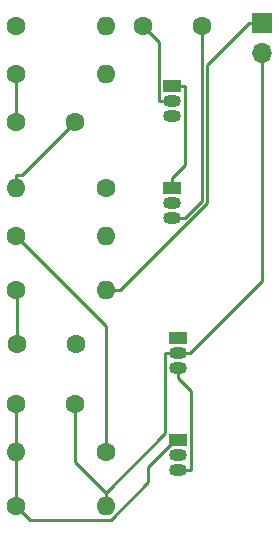
<source format=gbr>
G04 #@! TF.GenerationSoftware,KiCad,Pcbnew,(5.0.1)-3*
G04 #@! TF.CreationDate,2019-02-16T16:59:46-05:00*
G04 #@! TF.ProjectId,OdysseyDaughterCardFlipFlop,4F647973736579446175676874657243,1.1*
G04 #@! TF.SameCoordinates,Original*
G04 #@! TF.FileFunction,Copper,L1,Top,Signal*
G04 #@! TF.FilePolarity,Positive*
%FSLAX46Y46*%
G04 Gerber Fmt 4.6, Leading zero omitted, Abs format (unit mm)*
G04 Created by KiCad (PCBNEW (5.0.1)-3) date 2/16/2019 4:59:46 PM*
%MOMM*%
%LPD*%
G01*
G04 APERTURE LIST*
G04 #@! TA.AperFunction,ComponentPad*
%ADD10C,1.600000*%
G04 #@! TD*
G04 #@! TA.AperFunction,ComponentPad*
%ADD11O,1.500000X1.050000*%
G04 #@! TD*
G04 #@! TA.AperFunction,ComponentPad*
%ADD12R,1.500000X1.050000*%
G04 #@! TD*
G04 #@! TA.AperFunction,ComponentPad*
%ADD13O,1.600000X1.600000*%
G04 #@! TD*
G04 #@! TA.AperFunction,ComponentPad*
%ADD14R,1.700000X1.700000*%
G04 #@! TD*
G04 #@! TA.AperFunction,ComponentPad*
%ADD15O,1.700000X1.700000*%
G04 #@! TD*
G04 #@! TA.AperFunction,Conductor*
%ADD16C,0.250000*%
G04 #@! TD*
G04 APERTURE END LIST*
D10*
G04 #@! TO.P,C1,2*
G04 #@! TO.N,/Card7*
X142160000Y-88900000D03*
G04 #@! TO.P,C1,1*
G04 #@! TO.N,Net-(C1-Pad1)*
X137160000Y-88900000D03*
G04 #@! TD*
G04 #@! TO.P,C2,2*
G04 #@! TO.N,Net-(C2-Pad2)*
X147908000Y-80772000D03*
G04 #@! TO.P,C2,1*
G04 #@! TO.N,/Card8*
X152908000Y-80772000D03*
G04 #@! TD*
G04 #@! TO.P,C3,1*
G04 #@! TO.N,/Card5*
X142240000Y-107696000D03*
G04 #@! TO.P,C3,2*
G04 #@! TO.N,/Card1*
X137240000Y-107696000D03*
G04 #@! TD*
G04 #@! TO.P,C4,1*
G04 #@! TO.N,/Card2*
X137160000Y-112776000D03*
G04 #@! TO.P,C4,2*
G04 #@! TO.N,/Card3*
X142160000Y-112776000D03*
G04 #@! TD*
D11*
G04 #@! TO.P,Q1,2*
G04 #@! TO.N,Net-(C2-Pad2)*
X150368000Y-87122000D03*
G04 #@! TO.P,Q1,3*
G04 #@! TO.N,/Card7*
X150368000Y-88392000D03*
D12*
G04 #@! TO.P,Q1,1*
G04 #@! TO.N,/Card10*
X150368000Y-85852000D03*
G04 #@! TD*
G04 #@! TO.P,Q2,1*
G04 #@! TO.N,/Card10*
X150368000Y-94488000D03*
D11*
G04 #@! TO.P,Q2,3*
G04 #@! TO.N,/Card8*
X150368000Y-97028000D03*
G04 #@! TO.P,Q2,2*
G04 #@! TO.N,Net-(C1-Pad1)*
X150368000Y-95758000D03*
G04 #@! TD*
G04 #@! TO.P,Q3,2*
G04 #@! TO.N,/Card3*
X150876000Y-108458000D03*
G04 #@! TO.P,Q3,3*
G04 #@! TO.N,GND*
X150876000Y-109728000D03*
D12*
G04 #@! TO.P,Q3,1*
G04 #@! TO.N,/Card1*
X150876000Y-107188000D03*
G04 #@! TD*
G04 #@! TO.P,Q4,1*
G04 #@! TO.N,/Card2*
X150876000Y-115824000D03*
D11*
G04 #@! TO.P,Q4,3*
G04 #@! TO.N,GND*
X150876000Y-118364000D03*
G04 #@! TO.P,Q4,2*
G04 #@! TO.N,/Card5*
X150876000Y-117094000D03*
G04 #@! TD*
D10*
G04 #@! TO.P,R1,1*
G04 #@! TO.N,Net-(C1-Pad1)*
X137160000Y-84836000D03*
D13*
G04 #@! TO.P,R1,2*
G04 #@! TO.N,/Card7*
X144780000Y-84836000D03*
G04 #@! TD*
G04 #@! TO.P,R2,2*
G04 #@! TO.N,Net-(C2-Pad2)*
X144780000Y-80772000D03*
D10*
G04 #@! TO.P,R2,1*
G04 #@! TO.N,/Card8*
X137160000Y-80772000D03*
G04 #@! TD*
D13*
G04 #@! TO.P,R3,2*
G04 #@! TO.N,/Card7*
X137160000Y-94488000D03*
D10*
G04 #@! TO.P,R3,1*
G04 #@! TO.N,/Card1*
X144780000Y-94488000D03*
G04 #@! TD*
D13*
G04 #@! TO.P,R4,2*
G04 #@! TO.N,/Card3*
X144780000Y-121412000D03*
D10*
G04 #@! TO.P,R4,1*
G04 #@! TO.N,/Card2*
X137160000Y-121412000D03*
G04 #@! TD*
G04 #@! TO.P,R5,1*
G04 #@! TO.N,/Card1*
X137160000Y-103124000D03*
D13*
G04 #@! TO.P,R5,2*
G04 #@! TO.N,/Card5*
X144780000Y-103124000D03*
G04 #@! TD*
D10*
G04 #@! TO.P,R6,1*
G04 #@! TO.N,/Card6*
X137160000Y-98552000D03*
D13*
G04 #@! TO.P,R6,2*
G04 #@! TO.N,/Card8*
X144780000Y-98552000D03*
G04 #@! TD*
D10*
G04 #@! TO.P,R7,1*
G04 #@! TO.N,/Card6*
X144780000Y-116840000D03*
D13*
G04 #@! TO.P,R7,2*
G04 #@! TO.N,/Card2*
X137160000Y-116840000D03*
G04 #@! TD*
D14*
G04 #@! TO.P,J1,1*
G04 #@! TO.N,/Card5*
X157988000Y-80518000D03*
D15*
G04 #@! TO.P,J1,2*
G04 #@! TO.N,/Card3*
X157988000Y-83058000D03*
G04 #@! TD*
D16*
G04 #@! TO.N,/Card7*
X137697300Y-93362700D02*
X142160000Y-88900000D01*
X137160000Y-93362700D02*
X137697300Y-93362700D01*
X137160000Y-94488000D02*
X137160000Y-93362700D01*
G04 #@! TO.N,Net-(C1-Pad1)*
X137160000Y-84836000D02*
X137160000Y-88900000D01*
G04 #@! TO.N,Net-(C2-Pad2)*
X149292700Y-82156700D02*
X147908000Y-80772000D01*
X149292700Y-87122000D02*
X149292700Y-82156700D01*
X150368000Y-87122000D02*
X149292700Y-87122000D01*
G04 #@! TO.N,/Card8*
X150368000Y-97028000D02*
X151443300Y-97028000D01*
X152908000Y-95563300D02*
X152908000Y-80772000D01*
X151443300Y-97028000D02*
X152908000Y-95563300D01*
G04 #@! TO.N,/Card5*
X156888000Y-80518000D02*
X157988000Y-80518000D01*
X153358010Y-84047990D02*
X156888000Y-80518000D01*
X153358009Y-95749701D02*
X153358010Y-84047990D01*
X145983710Y-103124000D02*
X153358009Y-95749701D01*
X144780000Y-103124000D02*
X145983710Y-103124000D01*
G04 #@! TO.N,/Card1*
X137240000Y-103204000D02*
X137240000Y-107696000D01*
X137160000Y-103124000D02*
X137240000Y-103204000D01*
G04 #@! TO.N,/Card2*
X137160000Y-116840000D02*
X137160000Y-112776000D01*
X137160000Y-116840000D02*
X137160000Y-121412000D01*
X150631500Y-115824000D02*
X150876000Y-115824000D01*
X148364900Y-118090600D02*
X150631500Y-115824000D01*
X148364900Y-119428500D02*
X148364900Y-118090600D01*
X145199900Y-122593500D02*
X148364900Y-119428500D01*
X138341500Y-122593500D02*
X145199900Y-122593500D01*
X137160000Y-121412000D02*
X138341500Y-122593500D01*
G04 #@! TO.N,/Card3*
X142160000Y-117666700D02*
X142160000Y-112776000D01*
X144780000Y-120286700D02*
X142160000Y-117666700D01*
X144780000Y-121412000D02*
X144780000Y-120286700D01*
X149800700Y-115266000D02*
X144780000Y-120286700D01*
X149800700Y-108458000D02*
X149800700Y-115266000D01*
X150876000Y-108458000D02*
X149800700Y-108458000D01*
X151876000Y-108458000D02*
X150876000Y-108458000D01*
X157988000Y-102346000D02*
X151876000Y-108458000D01*
X157988000Y-88138000D02*
X157988000Y-102346000D01*
X157988000Y-88138000D02*
X157988000Y-83058000D01*
G04 #@! TO.N,/Card10*
X151443300Y-92562400D02*
X151443300Y-85852000D01*
X150368000Y-93637700D02*
X151443300Y-92562400D01*
X150368000Y-94488000D02*
X150368000Y-93637700D01*
X150368000Y-85852000D02*
X151443300Y-85852000D01*
G04 #@! TO.N,GND*
X151951300Y-111653600D02*
X150876000Y-110578300D01*
X151951300Y-118364000D02*
X151951300Y-111653600D01*
X150876000Y-118364000D02*
X151951300Y-118364000D01*
X150876000Y-109728000D02*
X150876000Y-110578300D01*
G04 #@! TO.N,/Card6*
X144780000Y-106172000D02*
X137160000Y-98552000D01*
X144780000Y-116840000D02*
X144780000Y-106172000D01*
G04 #@! TD*
M02*

</source>
